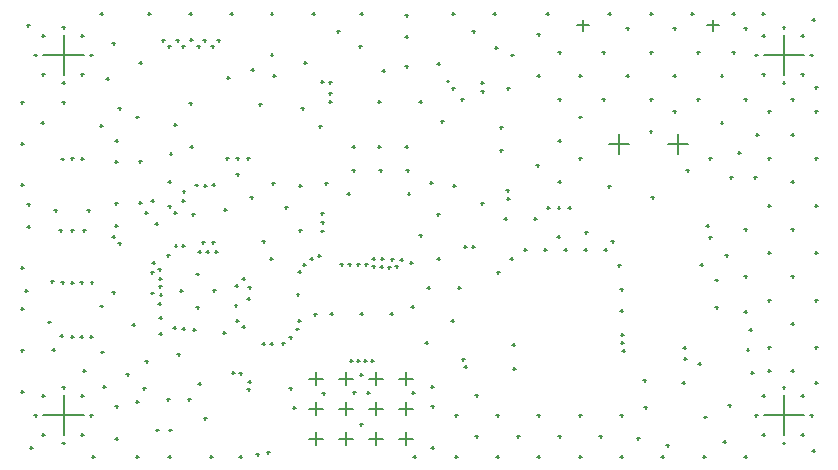
<source format=gbr>
G04*
G04 #@! TF.GenerationSoftware,Altium Limited,Altium Designer,24.7.2 (38)*
G04*
G04 Layer_Color=128*
%FSLAX25Y25*%
%MOIN*%
G70*
G04*
G04 #@! TF.SameCoordinates,AB7849DE-EAC8-4354-A705-FC1E97C67EB3*
G04*
G04*
G04 #@! TF.FilePolarity,Positive*
G04*
G01*
G75*
%ADD21C,0.00500*%
D21*
X139961Y321850D02*
X153347D01*
X146654Y315158D02*
Y328543D01*
X328346Y292323D02*
X335039D01*
X331693Y288976D02*
Y295669D01*
X361221Y331693D02*
X365158D01*
X363189Y329724D02*
Y333661D01*
X348031Y292323D02*
X354724D01*
X351378Y288976D02*
Y295669D01*
X317913Y331693D02*
X321850D01*
X319882Y329724D02*
Y333661D01*
X258537Y193937D02*
X263037D01*
X260787Y191687D02*
Y196187D01*
X248537Y193937D02*
X253037D01*
X250787Y191687D02*
Y196187D01*
X238537Y193937D02*
X243037D01*
X240787Y191687D02*
Y196187D01*
X228537Y193937D02*
X233037D01*
X230787Y191687D02*
Y196187D01*
X258537Y203937D02*
X263037D01*
X260787Y201687D02*
Y206187D01*
X248537Y203937D02*
X253037D01*
X250787Y201687D02*
Y206187D01*
X238537Y203937D02*
X243037D01*
X240787Y201687D02*
Y206187D01*
X258537Y213937D02*
X263037D01*
X260787Y211687D02*
Y216187D01*
X248537Y213937D02*
X253037D01*
X250787Y211687D02*
Y216187D01*
X238537Y213937D02*
X243037D01*
X240787Y211687D02*
Y216187D01*
X228537Y203937D02*
X233037D01*
X230787Y201687D02*
Y206187D01*
X228537Y213937D02*
X233037D01*
X230787Y211687D02*
Y216187D01*
X380118Y201772D02*
X393504D01*
X386811Y195079D02*
Y208465D01*
X380118Y321850D02*
X393504D01*
X386811Y315158D02*
Y328543D01*
X139961Y201772D02*
X153347D01*
X146654Y195079D02*
Y208465D01*
X332382Y225984D02*
X333366D01*
X332874Y225492D02*
Y226476D01*
X342618Y274410D02*
X343602D01*
X343110Y273917D02*
Y274902D01*
X328051Y278150D02*
X329035D01*
X328543Y277658D02*
Y278642D01*
X294193Y276772D02*
X295177D01*
X294685Y276279D02*
Y277264D01*
X285728Y272441D02*
X286713D01*
X286221Y271949D02*
Y272933D01*
X235138Y306299D02*
X236122D01*
X235630Y305807D02*
Y306791D01*
X232382Y312992D02*
X233366D01*
X232874Y312500D02*
Y313484D01*
X274311Y313189D02*
X275295D01*
X274803Y312697D02*
Y313681D01*
X276041Y310827D02*
X277026D01*
X276534Y310335D02*
Y311319D01*
X235138Y309055D02*
X236122D01*
X235630Y308563D02*
Y309547D01*
X235138Y312795D02*
X236122D01*
X235630Y312303D02*
Y313287D01*
X201083Y314341D02*
X202067D01*
X201575Y313848D02*
Y314833D01*
X216437Y314961D02*
X217421D01*
X216929Y314469D02*
Y315453D01*
X265256Y306225D02*
X266240D01*
X265748Y305733D02*
Y306717D01*
X251476Y306225D02*
X252461D01*
X251969Y305733D02*
Y306717D01*
X354220Y283441D02*
X355204D01*
X354712Y282949D02*
Y283933D01*
X211701Y305488D02*
X212685D01*
X212193Y304996D02*
Y305980D01*
X152461Y287205D02*
X153445D01*
X152953Y286713D02*
Y287697D01*
X145952Y287181D02*
X146937D01*
X146445Y286689D02*
Y287673D01*
X337685Y194071D02*
X338669D01*
X338177Y193579D02*
Y194563D01*
X268787Y279307D02*
X269771D01*
X269279Y278815D02*
Y279799D01*
X291031Y249386D02*
X292016D01*
X291523Y248894D02*
Y249878D01*
X177264Y265551D02*
X178248D01*
X177756Y265059D02*
Y266043D01*
X190638Y278520D02*
X191622D01*
X191130Y278027D02*
Y279012D01*
X196161Y278543D02*
X197146D01*
X196653Y278051D02*
Y279035D01*
X202724Y215902D02*
X203708D01*
X203216Y215410D02*
Y216394D01*
X207972Y210433D02*
X208957D01*
X208465Y209941D02*
Y210925D01*
X279414Y220499D02*
X280398D01*
X279906Y220007D02*
Y220991D01*
X368209Y205118D02*
X369193D01*
X368701Y204626D02*
Y205610D01*
X282760Y257901D02*
X283744D01*
X283252Y257409D02*
Y258393D01*
X311303Y261247D02*
X312287D01*
X311795Y260755D02*
Y261740D01*
X303429Y267350D02*
X304414D01*
X303921Y266858D02*
Y267842D01*
X358941Y251995D02*
X359925D01*
X359433Y251503D02*
Y252488D01*
X262500Y237992D02*
X263484D01*
X262992Y237500D02*
Y238484D01*
X267815Y244291D02*
X268799D01*
X268307Y243799D02*
Y244783D01*
X340256Y204372D02*
X341240D01*
X340748Y203880D02*
Y204864D01*
X181004Y255118D02*
X181988D01*
X181496Y254626D02*
Y255610D01*
X212894Y259842D02*
X213878D01*
X213386Y259350D02*
Y260335D01*
X231398Y254921D02*
X232382D01*
X231890Y254429D02*
Y255413D01*
X215453Y253937D02*
X216437D01*
X215945Y253445D02*
Y254429D01*
X214469Y189370D02*
X215453D01*
X214961Y188878D02*
Y189862D01*
X210925Y188779D02*
X211909D01*
X211417Y188287D02*
Y189272D01*
X175689Y242520D02*
X176673D01*
X176181Y242028D02*
Y243012D01*
X162894Y242717D02*
X163878D01*
X163386Y242224D02*
Y243209D01*
X178279Y239007D02*
X179263D01*
X178771Y238515D02*
Y239499D01*
X169553Y231890D02*
X170538D01*
X170046Y231398D02*
Y232382D01*
X178612Y228987D02*
X179596D01*
X179104Y228495D02*
Y229479D01*
X178612Y234252D02*
X179596D01*
X179104Y233760D02*
Y234744D01*
X175689Y249410D02*
X176673D01*
X176181Y248917D02*
Y249902D01*
X285925Y309842D02*
X286909D01*
X286417Y309350D02*
Y310335D01*
X232382Y263189D02*
X233366D01*
X232874Y262697D02*
Y263681D01*
X232382Y269094D02*
X233366D01*
X232874Y268602D02*
Y269587D01*
X275886Y233268D02*
X276870D01*
X276378Y232776D02*
Y233760D01*
X296358Y217323D02*
X297342D01*
X296850Y216831D02*
Y217815D01*
X296161Y225197D02*
X297146D01*
X296654Y224705D02*
Y225689D01*
X283957Y208465D02*
X284941D01*
X284449Y207972D02*
Y208957D01*
X325295Y194685D02*
X326279D01*
X325787Y194193D02*
Y195177D01*
X311516Y194685D02*
X312500D01*
X312008Y194193D02*
Y195177D01*
X297736Y194685D02*
X298721D01*
X298228Y194193D02*
Y195177D01*
X283957Y194685D02*
X284941D01*
X284449Y194193D02*
Y195177D01*
X332185Y201772D02*
X333169D01*
X332677Y201279D02*
Y202264D01*
X318406Y201772D02*
X319390D01*
X318898Y201279D02*
Y202264D01*
X304626Y201772D02*
X305610D01*
X305118Y201279D02*
Y202264D01*
X290846Y201772D02*
X291831D01*
X291339Y201279D02*
Y202264D01*
X277067Y201772D02*
X278051D01*
X277559Y201279D02*
Y202264D01*
X295571Y253937D02*
X296555D01*
X296063Y253445D02*
Y254429D01*
X326870Y256890D02*
X327854D01*
X327362Y256398D02*
Y257382D01*
X320177Y256890D02*
X321161D01*
X320669Y256398D02*
Y257382D01*
X313484Y256890D02*
X314469D01*
X313976Y256398D02*
Y257382D01*
X306791Y256890D02*
X307776D01*
X307283Y256398D02*
Y257382D01*
X300098Y256890D02*
X301083D01*
X300590Y256398D02*
Y257382D01*
X278098Y244350D02*
X279082D01*
X278590Y243858D02*
Y244842D01*
X245086Y324730D02*
X246071D01*
X245579Y324238D02*
Y325222D01*
X285728Y312598D02*
X286713D01*
X286221Y312106D02*
Y313090D01*
X294390Y310827D02*
X295374D01*
X294882Y310335D02*
Y311319D01*
X295768Y321850D02*
X296752D01*
X296260Y321358D02*
Y322342D01*
X290384Y324206D02*
X291369D01*
X290876Y323714D02*
Y324699D01*
X252966Y316675D02*
X253951D01*
X253459Y316183D02*
Y317167D01*
X260531Y327953D02*
X261516D01*
X261024Y327461D02*
Y328445D01*
X271161Y318898D02*
X272146D01*
X271654Y318406D02*
Y319390D01*
X260531Y318110D02*
X261516D01*
X261024Y317618D02*
Y318602D01*
X353330Y220604D02*
X354314D01*
X353822Y220112D02*
Y221096D01*
X162852Y261274D02*
X163837D01*
X163344Y260782D02*
Y261766D01*
X193405Y278346D02*
X194390D01*
X193898Y277854D02*
Y278839D01*
X188878Y291339D02*
X189862D01*
X189370Y290846D02*
Y291831D01*
X280217Y217913D02*
X281201D01*
X280709Y217421D02*
Y218406D01*
X332402Y228564D02*
X333387D01*
X332895Y228072D02*
Y229056D01*
X332972Y223311D02*
X333957D01*
X333465Y222819D02*
Y223803D01*
X267224Y225984D02*
X268209D01*
X267717Y225492D02*
Y226476D01*
X375295Y230315D02*
X376279D01*
X375787Y229823D02*
Y230807D01*
X374311Y223622D02*
X375295D01*
X374803Y223130D02*
Y224114D01*
X358169Y218898D02*
X359154D01*
X358661Y218406D02*
Y219390D01*
X353248Y224213D02*
X354232D01*
X353740Y223721D02*
Y224705D01*
X246752Y219882D02*
X247736D01*
X247244Y219390D02*
Y220374D01*
X244390Y219882D02*
X245374D01*
X244882Y219390D02*
Y220374D01*
X249114Y219882D02*
X250098D01*
X249606Y219390D02*
Y220374D01*
X242028Y219882D02*
X243012D01*
X242520Y219390D02*
Y220374D01*
X332185Y236614D02*
X333169D01*
X332677Y236122D02*
Y237106D01*
X332185Y243701D02*
X333169D01*
X332677Y243209D02*
Y244193D01*
X280020Y257874D02*
X281004D01*
X280512Y257382D02*
Y258366D01*
X339906Y213469D02*
X340891D01*
X340398Y212976D02*
Y213961D01*
X268996Y211221D02*
X269980D01*
X269488Y210728D02*
Y211713D01*
X245372Y215303D02*
X246356D01*
X245864Y214811D02*
Y215795D01*
X247717Y209328D02*
X248702D01*
X248209Y208836D02*
Y209820D01*
X262697Y209252D02*
X263681D01*
X263189Y208760D02*
Y209744D01*
X232972Y209055D02*
X233957D01*
X233465Y208563D02*
Y209547D01*
X243008Y209364D02*
X243993D01*
X243500Y208872D02*
Y209856D01*
X221949Y210827D02*
X222933D01*
X222441Y210335D02*
Y211319D01*
X223130Y204331D02*
X224114D01*
X223622Y203839D02*
Y204823D01*
X226476Y251969D02*
X227461D01*
X226969Y251476D02*
Y252461D01*
X204035Y233268D02*
X205020D01*
X204528Y232776D02*
Y233760D01*
X215532Y225546D02*
X216516D01*
X216024Y225054D02*
Y226039D01*
X181595Y271457D02*
X182579D01*
X182087Y270965D02*
Y271949D01*
X186319Y276378D02*
X187303D01*
X186811Y275886D02*
Y276870D01*
X155649Y246082D02*
X156633D01*
X156141Y245590D02*
Y246574D01*
X142380Y246471D02*
X143365D01*
X142873Y245979D02*
Y246963D01*
X262106Y252559D02*
X263090D01*
X262598Y252067D02*
Y253051D01*
X252461Y253937D02*
X253445D01*
X252953Y253445D02*
Y254429D01*
X249508Y253937D02*
X250492D01*
X250000Y253445D02*
Y254429D01*
X255807Y253740D02*
X256791D01*
X256299Y253248D02*
Y254232D01*
X257185Y251378D02*
X258169D01*
X257677Y250886D02*
Y251870D01*
X254717Y251174D02*
X255701D01*
X255209Y250682D02*
Y251667D01*
X252244Y251305D02*
X253228D01*
X252736Y250813D02*
Y251797D01*
X249604Y251373D02*
X250588D01*
X250096Y250881D02*
Y251865D01*
X258957Y253543D02*
X259941D01*
X259449Y253051D02*
Y254035D01*
X178642Y241929D02*
X179626D01*
X179134Y241437D02*
Y242421D01*
X235548Y235631D02*
X236533D01*
X236041Y235139D02*
Y236123D01*
X276476Y278346D02*
X277461D01*
X276969Y277854D02*
Y278839D01*
X199705Y229331D02*
X200689D01*
X200197Y228839D02*
Y229823D01*
X188484Y305709D02*
X189469D01*
X188976Y305217D02*
Y306201D01*
X183366Y298622D02*
X184350D01*
X183858Y298130D02*
Y299114D01*
X181595Y279528D02*
X182579D01*
X182087Y279035D02*
Y280020D01*
X204232Y282087D02*
X205217D01*
X204724Y281594D02*
Y282579D01*
X375689Y215945D02*
X376673D01*
X376181Y215453D02*
Y216437D01*
X230020Y235433D02*
X231004D01*
X230512Y234941D02*
Y235925D01*
X224311Y242126D02*
X225295D01*
X224803Y241634D02*
Y242618D01*
X224705Y233268D02*
X225689D01*
X225197Y232776D02*
Y233760D01*
X181988Y288976D02*
X182972D01*
X182480Y288484D02*
Y289469D01*
X173721Y269291D02*
X174705D01*
X174213Y268799D02*
Y269783D01*
X206201Y231299D02*
X207185D01*
X206693Y230807D02*
Y231791D01*
X208169Y244488D02*
X209154D01*
X208661Y243996D02*
Y244980D01*
X203839Y244882D02*
X204823D01*
X204331Y244390D02*
Y245374D01*
X206201Y247244D02*
X207185D01*
X206693Y246752D02*
Y247736D01*
X203642Y238386D02*
X204626D01*
X204134Y237894D02*
Y238878D01*
X207972Y240551D02*
X208957D01*
X208465Y240059D02*
Y241043D01*
X228954Y253884D02*
X229939D01*
X229446Y253392D02*
Y254376D01*
X196384Y243352D02*
X197368D01*
X196876Y242860D02*
Y243844D01*
X224114Y230512D02*
X225098D01*
X224606Y230020D02*
Y231004D01*
X212894Y225590D02*
X213878D01*
X213386Y225098D02*
Y226083D01*
X221949Y227756D02*
X222933D01*
X222441Y227264D02*
Y228248D01*
X220374Y271063D02*
X221358D01*
X220866Y270571D02*
Y271555D01*
X224902Y249606D02*
X225886D01*
X225394Y249114D02*
Y250098D01*
X149114Y287402D02*
X150098D01*
X149606Y286910D02*
Y287894D01*
X190882Y237805D02*
X191866D01*
X191374Y237313D02*
Y238297D01*
X219390Y225787D02*
X220374D01*
X219882Y225295D02*
Y226279D01*
X255600Y235631D02*
X256585D01*
X256093Y235139D02*
Y236123D01*
X245574Y235631D02*
X246559D01*
X246067Y235139D02*
Y236123D01*
X178412Y247245D02*
X179396D01*
X178904Y246752D02*
Y247737D01*
X178412Y244768D02*
X179396D01*
X178904Y244276D02*
Y245260D01*
X189665Y230315D02*
X190650D01*
X190157Y229823D02*
Y230807D01*
X238878Y252165D02*
X239862D01*
X239370Y251673D02*
Y252658D01*
X247146Y252165D02*
X248130D01*
X247638Y251673D02*
Y252658D01*
X341976Y296478D02*
X342961D01*
X342469Y295986D02*
Y296970D01*
X188693Y326877D02*
X189677D01*
X189185Y326385D02*
Y327369D01*
X197933Y326772D02*
X198917D01*
X198425Y326279D02*
Y327264D01*
X193209Y326772D02*
X194193D01*
X193701Y326279D02*
Y327264D01*
X184153Y326772D02*
X185138D01*
X184646Y326279D02*
Y327264D01*
X195965Y324803D02*
X196949D01*
X196457Y324311D02*
Y325295D01*
X191240Y324803D02*
X192224D01*
X191732Y324311D02*
Y325295D01*
X186122Y324803D02*
X187106D01*
X186614Y324311D02*
Y325295D01*
X178248Y250394D02*
X179232D01*
X178740Y249902D02*
Y250886D01*
X181398Y324803D02*
X182382D01*
X181890Y324311D02*
Y325295D01*
X386319Y211024D02*
X387303D01*
X386811Y210531D02*
Y211516D01*
X377067Y201772D02*
X378051D01*
X377559Y201279D02*
Y202264D01*
X386319Y192520D02*
X387303D01*
X386811Y192028D02*
Y193012D01*
X395571Y201772D02*
X396555D01*
X396063Y201279D02*
Y202264D01*
X392618Y208268D02*
X393602D01*
X393110Y207776D02*
Y208760D01*
X379626Y208268D02*
X380610D01*
X380118Y207776D02*
Y208760D01*
X379626Y195276D02*
X380610D01*
X380118Y194783D02*
Y195768D01*
X392618Y195276D02*
X393602D01*
X393110Y194783D02*
Y195768D01*
X386319Y331102D02*
X387303D01*
X386811Y330610D02*
Y331594D01*
X377067Y321850D02*
X378051D01*
X377559Y321358D02*
Y322342D01*
X386319Y312598D02*
X387303D01*
X386811Y312106D02*
Y313090D01*
X395571Y321850D02*
X396555D01*
X396063Y321358D02*
Y322342D01*
X392618Y328346D02*
X393602D01*
X393110Y327854D02*
Y328839D01*
X379626Y328346D02*
X380610D01*
X380118Y327854D02*
Y328839D01*
X379626Y315354D02*
X380610D01*
X380118Y314862D02*
Y315846D01*
X392618Y315354D02*
X393602D01*
X393110Y314862D02*
Y315846D01*
X146161Y211024D02*
X147146D01*
X146654Y210531D02*
Y211516D01*
X136909Y201772D02*
X137894D01*
X137402Y201279D02*
Y202264D01*
X146161Y192520D02*
X147146D01*
X146654Y192028D02*
Y193012D01*
X155413Y201772D02*
X156398D01*
X155905Y201279D02*
Y202264D01*
X152461Y208268D02*
X153445D01*
X152953Y207776D02*
Y208760D01*
X139469Y208268D02*
X140453D01*
X139961Y207776D02*
Y208760D01*
X139469Y195276D02*
X140453D01*
X139961Y194783D02*
Y195768D01*
X152461Y195276D02*
X153445D01*
X152953Y194783D02*
Y195768D01*
X152461Y315354D02*
X153445D01*
X152953Y314862D02*
Y315846D01*
X139469Y315354D02*
X140453D01*
X139961Y314862D02*
Y315846D01*
X139469Y328346D02*
X140453D01*
X139961Y327854D02*
Y328839D01*
X152461Y328346D02*
X153445D01*
X152953Y327854D02*
Y328839D01*
X155413Y321850D02*
X156398D01*
X155905Y321358D02*
Y322342D01*
X146161Y312598D02*
X147146D01*
X146654Y312106D02*
Y313090D01*
X136909Y321850D02*
X137894D01*
X137402Y321358D02*
Y322342D01*
X146161Y331102D02*
X147146D01*
X146654Y330610D02*
Y331594D01*
X190837Y248854D02*
X191821D01*
X191329Y248362D02*
Y249346D01*
X194155Y256299D02*
X195140D01*
X194648Y255807D02*
Y256791D01*
X191634Y256299D02*
X192618D01*
X192126Y255807D02*
Y256791D01*
X352854Y212598D02*
X353839D01*
X353346Y212106D02*
Y213090D01*
X320374Y262795D02*
X321358D01*
X320866Y262303D02*
Y263287D01*
X158957Y238189D02*
X159941D01*
X159449Y237697D02*
Y238681D01*
X200748Y287402D02*
X201732D01*
X201240Y286910D02*
Y287894D01*
X245329Y198764D02*
X246313D01*
X245821Y198272D02*
Y199256D01*
X269193Y190945D02*
X270177D01*
X269685Y190453D02*
Y191437D01*
X269193Y204724D02*
X270177D01*
X269685Y204232D02*
Y205217D01*
X329232Y259842D02*
X330217D01*
X329724Y259350D02*
Y260335D01*
X196100Y259384D02*
X197084D01*
X196592Y258892D02*
Y259876D01*
X192781Y259428D02*
X193765D01*
X193273Y258936D02*
Y259920D01*
X189469Y268701D02*
X190453D01*
X189961Y268209D02*
Y269193D01*
X200098Y270276D02*
X201083D01*
X200591Y269783D02*
Y270768D01*
X171752Y272638D02*
X172736D01*
X172244Y272146D02*
Y273130D01*
X171752Y286417D02*
X172736D01*
X172244Y285925D02*
Y286910D01*
X163681Y286221D02*
X164665D01*
X164173Y285728D02*
Y286713D01*
X163878Y293307D02*
X164862D01*
X164370Y292815D02*
Y293799D01*
X164862Y304134D02*
X165847D01*
X165354Y303642D02*
Y304626D01*
X170768Y301181D02*
X171752D01*
X171260Y300689D02*
Y301673D01*
X158759Y298307D02*
X159743D01*
X159251Y297815D02*
Y298799D01*
X366634Y192913D02*
X367618D01*
X367126Y192421D02*
Y193405D01*
X396161Y333661D02*
X397146D01*
X396654Y333169D02*
Y334154D01*
X379429Y335630D02*
X380413D01*
X379921Y335138D02*
Y336122D01*
X369587Y335630D02*
X370571D01*
X370079Y335138D02*
Y336122D01*
X355807Y335630D02*
X356791D01*
X356299Y335138D02*
Y336122D01*
X342028Y335630D02*
X343012D01*
X342520Y335138D02*
Y336122D01*
X328248Y335630D02*
X329232D01*
X328740Y335138D02*
Y336122D01*
X307579Y335630D02*
X308563D01*
X308071Y335138D02*
Y336122D01*
X304626Y328740D02*
X305610D01*
X305118Y328248D02*
Y329232D01*
X272441Y299843D02*
X273425D01*
X272933Y299351D02*
Y300336D01*
X279035Y307087D02*
X280020D01*
X279528Y306594D02*
Y307579D01*
X231791Y298099D02*
X232776D01*
X232283Y297607D02*
Y298591D01*
X225886Y304134D02*
X226870D01*
X226378Y303642D02*
Y304626D01*
X193405Y200787D02*
X194390D01*
X193898Y200295D02*
Y201279D01*
X163878Y204724D02*
X164862D01*
X164370Y204232D02*
Y205217D01*
X163878Y193898D02*
X164862D01*
X164370Y193405D02*
Y194390D01*
X209154Y316929D02*
X210138D01*
X209646Y316437D02*
Y317421D01*
X215644Y321865D02*
X216629D01*
X216136Y321373D02*
Y322357D01*
X162894Y325787D02*
X163878D01*
X163386Y325295D02*
Y326279D01*
X160925Y313976D02*
X161909D01*
X161417Y313484D02*
Y314469D01*
X139272Y299213D02*
X140256D01*
X139764Y298721D02*
Y299705D01*
X146161Y306102D02*
X147146D01*
X146653Y305610D02*
Y306594D01*
X263287Y187992D02*
X264272D01*
X263779Y187500D02*
Y188484D01*
X277067Y187992D02*
X278051D01*
X277559Y187500D02*
Y188484D01*
X290846Y187992D02*
X291831D01*
X291339Y187500D02*
Y188484D01*
X304626Y187992D02*
X305610D01*
X305118Y187500D02*
Y188484D01*
X318406Y187992D02*
X319390D01*
X318898Y187500D02*
Y188484D01*
X332185Y187992D02*
X333169D01*
X332677Y187500D02*
Y188484D01*
X345965Y187992D02*
X346949D01*
X346457Y187500D02*
Y188484D01*
X359744Y187992D02*
X360728D01*
X360236Y187500D02*
Y188484D01*
X373524Y187992D02*
X374508D01*
X374016Y187500D02*
Y188484D01*
X396161Y189961D02*
X397146D01*
X396654Y189469D02*
Y190453D01*
X311516Y279528D02*
X312500D01*
X312008Y279035D02*
Y280020D01*
X318406Y287402D02*
X319390D01*
X318898Y286910D02*
Y287894D01*
X311516Y293307D02*
X312500D01*
X312008Y292815D02*
Y293799D01*
X318406Y301181D02*
X319390D01*
X318898Y300689D02*
Y301673D01*
X311516Y307087D02*
X312500D01*
X312008Y306594D02*
Y307579D01*
X311516Y322835D02*
X312500D01*
X312008Y322342D02*
Y323327D01*
X304626Y314961D02*
X305610D01*
X305118Y314469D02*
Y315453D01*
X282972Y329724D02*
X283957D01*
X283465Y329232D02*
Y330217D01*
X276083Y335630D02*
X277067D01*
X276575Y335138D02*
Y336122D01*
X289862Y335630D02*
X290846D01*
X290354Y335138D02*
Y336122D01*
X179429Y326772D02*
X180413D01*
X179921Y326279D02*
Y327264D01*
X237697Y329724D02*
X238681D01*
X238189Y329232D02*
Y330217D01*
X245571Y335630D02*
X246555D01*
X246063Y335138D02*
Y336122D01*
X229486Y335676D02*
X230470D01*
X229978Y335184D02*
Y336168D01*
X215644Y335645D02*
X216629D01*
X216136Y335153D02*
Y336137D01*
X202264Y335630D02*
X203248D01*
X202756Y335138D02*
Y336122D01*
X188484Y335630D02*
X189469D01*
X188976Y335138D02*
Y336122D01*
X174705Y335630D02*
X175689D01*
X175197Y335138D02*
Y336122D01*
X158957Y335630D02*
X159941D01*
X159449Y335138D02*
Y336122D01*
X134350Y331693D02*
X135335D01*
X134843Y331201D02*
Y332185D01*
X132382Y306102D02*
X133366D01*
X132874Y305610D02*
Y306594D01*
X132382Y292323D02*
X133366D01*
X132874Y291831D02*
Y292815D01*
X132382Y278543D02*
X133366D01*
X132874Y278051D02*
Y279035D01*
X205183Y187994D02*
X206167D01*
X205675Y187502D02*
Y188486D01*
X195374Y187992D02*
X196358D01*
X195866Y187500D02*
Y188484D01*
X156004Y187992D02*
X156988D01*
X156496Y187500D02*
Y188484D01*
X135335Y190945D02*
X136319D01*
X135827Y190453D02*
Y191437D01*
X132382Y250984D02*
X133366D01*
X132874Y250492D02*
Y251476D01*
X132382Y223425D02*
X133366D01*
X132874Y222933D02*
Y223917D01*
X132382Y237205D02*
X133366D01*
X132874Y236713D02*
Y237697D01*
X132382Y209646D02*
X133366D01*
X132874Y209154D02*
Y210138D01*
X153051Y216535D02*
X154035D01*
X153543Y216043D02*
Y217028D01*
X159795Y211301D02*
X160779D01*
X160287Y210809D02*
Y211793D01*
X167618Y215354D02*
X168602D01*
X168110Y214862D02*
Y215846D01*
X173108Y210826D02*
X174093D01*
X173601Y210334D02*
Y211318D01*
X154626Y270079D02*
X155610D01*
X155118Y269587D02*
Y270571D01*
X143602Y270079D02*
X144587D01*
X144095Y269587D02*
Y270571D01*
X141413Y232844D02*
X142398D01*
X141905Y232352D02*
Y233336D01*
X159143Y222847D02*
X160128D01*
X159635Y222355D02*
Y223340D01*
X142815Y223622D02*
X143799D01*
X143307Y223130D02*
Y224114D01*
X155413Y227953D02*
X156398D01*
X155905Y227461D02*
Y228445D01*
X149114Y227953D02*
X150098D01*
X149606Y227461D02*
Y228445D01*
X381398Y216535D02*
X382382D01*
X381890Y216043D02*
Y217028D01*
X244390Y252165D02*
X245374D01*
X244882Y251673D02*
Y252658D01*
X271161Y253937D02*
X272146D01*
X271654Y253445D02*
Y254429D01*
X271083Y268807D02*
X272067D01*
X271575Y268315D02*
Y269300D01*
X265256Y261811D02*
X266240D01*
X265748Y261319D02*
Y262303D01*
X373524Y236221D02*
X374508D01*
X374016Y235728D02*
Y236713D01*
X373524Y263779D02*
X374508D01*
X374016Y263287D02*
Y264272D01*
X373524Y248031D02*
X374508D01*
X374016Y247539D02*
Y248524D01*
X373524Y330709D02*
X374508D01*
X374016Y330217D02*
Y331201D01*
X369587Y322835D02*
X370571D01*
X370079Y322342D02*
Y323327D01*
X371479Y289266D02*
X372464D01*
X371972Y288774D02*
Y289758D01*
X361713Y287402D02*
X362697D01*
X362205Y286910D02*
Y287894D01*
X377461Y295276D02*
X378445D01*
X377953Y294783D02*
Y295768D01*
X373524Y307087D02*
X374508D01*
X374016Y306594D02*
Y307579D01*
X365650Y299213D02*
X366634D01*
X366142Y298721D02*
Y299705D01*
X342028Y307087D02*
X343012D01*
X342520Y306594D02*
Y307579D01*
X349902Y303150D02*
X350886D01*
X350394Y302658D02*
Y303642D01*
X357776Y322835D02*
X358760D01*
X358268Y322342D02*
Y323327D01*
X349902Y314961D02*
X350886D01*
X350394Y314469D02*
Y315453D01*
X365650Y314961D02*
X366634D01*
X366142Y314469D02*
Y315453D01*
X357776Y307087D02*
X358760D01*
X358268Y306594D02*
Y307579D01*
X334154Y330709D02*
X335138D01*
X334646Y330217D02*
Y331201D01*
X349902Y330709D02*
X350886D01*
X350394Y330217D02*
Y331201D01*
X342028Y322835D02*
X343012D01*
X342520Y322342D02*
Y323327D01*
X326279Y322835D02*
X327264D01*
X326772Y322342D02*
Y323327D01*
X318406Y314961D02*
X319390D01*
X318898Y314469D02*
Y315453D01*
X334154Y314961D02*
X335138D01*
X334646Y314469D02*
Y315453D01*
X326279Y307087D02*
X327264D01*
X326772Y306594D02*
Y307579D01*
X389272Y307087D02*
X390256D01*
X389764Y306594D02*
Y307579D01*
X397146Y311024D02*
X398130D01*
X397638Y310531D02*
Y311516D01*
X397146Y303150D02*
X398130D01*
X397638Y302658D02*
Y303642D01*
X381398Y303150D02*
X382382D01*
X381890Y302658D02*
Y303642D01*
X397146Y212598D02*
X398130D01*
X397638Y212106D02*
Y213090D01*
X389272Y216535D02*
X390256D01*
X389764Y216043D02*
Y217028D01*
X397146Y224410D02*
X398130D01*
X397638Y223917D02*
Y224902D01*
X381398Y224410D02*
X382382D01*
X381890Y223917D02*
Y224902D01*
X389272Y279528D02*
X390256D01*
X389764Y279035D02*
Y280020D01*
X397146Y287402D02*
X398130D01*
X397638Y286910D02*
Y287894D01*
X381398Y287402D02*
X382382D01*
X381890Y286910D02*
Y287894D01*
X381398Y271654D02*
X382382D01*
X381890Y271161D02*
Y272146D01*
X397146Y271654D02*
X398130D01*
X397638Y271161D02*
Y272146D01*
X389272Y295276D02*
X390256D01*
X389764Y294783D02*
Y295768D01*
X389272Y232283D02*
X390256D01*
X389764Y231791D02*
Y232776D01*
X389272Y263779D02*
X390256D01*
X389764Y263287D02*
Y264272D01*
X381398Y255906D02*
X382382D01*
X381890Y255413D02*
Y256398D01*
X397146Y255906D02*
X398130D01*
X397638Y255413D02*
Y256398D01*
X397146Y240158D02*
X398130D01*
X397638Y239665D02*
Y240650D01*
X381398Y240158D02*
X382382D01*
X381890Y239665D02*
Y240650D01*
X389272Y248031D02*
X390256D01*
X389764Y247539D02*
Y248524D01*
X260531Y335039D02*
X261516D01*
X261024Y334547D02*
Y335531D01*
X176279Y252559D02*
X177264D01*
X176772Y252067D02*
Y253051D01*
X208957Y274410D02*
X209941D01*
X209449Y273917D02*
Y274902D01*
X233760Y279134D02*
X234744D01*
X234252Y278642D02*
Y279626D01*
X225098Y278346D02*
X226083D01*
X225590Y277854D02*
Y278839D01*
X216043Y279134D02*
X217028D01*
X216535Y278642D02*
Y279626D01*
X261319Y275590D02*
X262303D01*
X261811Y275098D02*
Y276083D01*
X241240Y275590D02*
X242224D01*
X241732Y275098D02*
Y276083D01*
X331398Y251772D02*
X332382D01*
X331890Y251279D02*
Y252264D01*
X347539Y191732D02*
X348524D01*
X348031Y191240D02*
Y192224D01*
X360138Y201181D02*
X361122D01*
X360630Y200689D02*
Y201673D01*
X363878Y237795D02*
X364862D01*
X364370Y237303D02*
Y238287D01*
X363878Y246850D02*
X364862D01*
X364370Y246358D02*
Y247342D01*
X367224Y255118D02*
X368209D01*
X367717Y254626D02*
Y255610D01*
X361713Y261024D02*
X362697D01*
X362205Y260531D02*
Y261516D01*
X376673Y281102D02*
X377658D01*
X377165Y280610D02*
Y281594D01*
X368799Y281102D02*
X369783D01*
X369291Y280610D02*
Y281594D01*
X314862Y270866D02*
X315846D01*
X315354Y270374D02*
Y271358D01*
X311319Y270866D02*
X312303D01*
X311811Y270374D02*
Y271358D01*
X307776Y270866D02*
X308760D01*
X308268Y270374D02*
Y271358D01*
X293602Y267323D02*
X294587D01*
X294094Y266831D02*
Y267815D01*
X292028Y290158D02*
X293012D01*
X292520Y289665D02*
Y290650D01*
X292105Y297708D02*
X293089D01*
X292597Y297215D02*
Y298200D01*
X260925Y283465D02*
X261909D01*
X261417Y282972D02*
Y283957D01*
X251870Y283465D02*
X252854D01*
X252362Y282972D02*
Y283957D01*
X242815Y283465D02*
X243799D01*
X243307Y282972D02*
Y283957D01*
X260531Y291339D02*
X261516D01*
X261024Y290846D02*
Y291831D01*
X251476Y291339D02*
X252461D01*
X251969Y290846D02*
Y291831D01*
X242815Y291339D02*
X243799D01*
X243307Y290846D02*
Y291831D01*
X226673Y319291D02*
X227658D01*
X227165Y318799D02*
Y319783D01*
X171949Y319291D02*
X172933D01*
X172441Y318799D02*
Y319783D01*
X207776Y287402D02*
X208760D01*
X208268Y286910D02*
Y287894D01*
X204232Y287402D02*
X205217D01*
X204724Y286910D02*
Y287894D01*
X225137Y263482D02*
X226121D01*
X225629Y262990D02*
Y263974D01*
X181791Y196850D02*
X182776D01*
X182283Y196358D02*
Y197343D01*
X177461Y196850D02*
X178445D01*
X177953Y196358D02*
Y197343D01*
X170768Y187992D02*
X171752D01*
X171260Y187500D02*
Y188484D01*
X181595Y187992D02*
X182579D01*
X182087Y187500D02*
Y188484D01*
X188091Y207087D02*
X189075D01*
X188583Y206594D02*
Y207579D01*
X181004Y207087D02*
X181988D01*
X181496Y206594D02*
Y207579D01*
X173917Y219685D02*
X174902D01*
X174409Y219193D02*
Y220177D01*
X134547Y264567D02*
X135531D01*
X135039Y264075D02*
Y265059D01*
X163681Y272441D02*
X164665D01*
X164173Y271949D02*
Y272933D01*
X163681Y264961D02*
X164665D01*
X164173Y264469D02*
Y265453D01*
X134547Y272047D02*
X135531D01*
X135039Y271555D02*
Y272539D01*
X133760Y243307D02*
X134744D01*
X134252Y242815D02*
Y243799D01*
X145571Y228346D02*
X146555D01*
X146063Y227854D02*
Y228839D01*
X152264Y246063D02*
X153248D01*
X152756Y245571D02*
Y246555D01*
X149114Y245965D02*
X150098D01*
X149606Y245472D02*
Y246457D01*
X145965Y246063D02*
X146949D01*
X146457Y245571D02*
Y246555D01*
X153051Y263386D02*
X154035D01*
X153543Y262894D02*
Y263878D01*
X149114Y263386D02*
X150098D01*
X149606Y262894D02*
Y263878D01*
X145177Y263386D02*
X146161D01*
X145669Y262894D02*
Y263878D01*
X164862Y259055D02*
X165847D01*
X165354Y258563D02*
Y259547D01*
X186122Y273228D02*
X187106D01*
X186614Y272736D02*
Y273721D01*
X175886Y273228D02*
X176870D01*
X176378Y272736D02*
Y273721D01*
X183366Y269291D02*
X184350D01*
X183858Y268799D02*
Y269783D01*
X186122Y258268D02*
X187106D01*
X186614Y257776D02*
Y258760D01*
X183646Y258268D02*
X184630D01*
X184138Y257776D02*
Y258760D01*
X183187Y230876D02*
X184171D01*
X183679Y230384D02*
Y231368D01*
X186231Y230671D02*
X187215D01*
X186723Y230179D02*
Y231163D01*
X185335Y243307D02*
X186319D01*
X185827Y242815D02*
Y243799D01*
X360925Y264961D02*
X361909D01*
X361417Y264469D02*
Y265453D01*
X208169Y212992D02*
X209154D01*
X208661Y212500D02*
Y213484D01*
X205299Y215748D02*
X206283D01*
X205791Y215256D02*
Y216240D01*
X197146Y256299D02*
X198130D01*
X197638Y255807D02*
Y256791D01*
X184547Y222047D02*
X185531D01*
X185039Y221555D02*
Y222539D01*
X294390Y274016D02*
X295374D01*
X294882Y273524D02*
Y274508D01*
X304232Y285039D02*
X305217D01*
X304724Y284547D02*
Y285531D01*
X232579Y266142D02*
X233563D01*
X233071Y265650D02*
Y266634D01*
X191634Y212205D02*
X192618D01*
X192126Y211713D02*
Y212697D01*
X241634Y252165D02*
X242618D01*
X242126Y251673D02*
Y252658D01*
X170768Y206299D02*
X171752D01*
X171260Y205807D02*
Y206791D01*
X152264Y227953D02*
X153248D01*
X152756Y227461D02*
Y228445D01*
M02*

</source>
